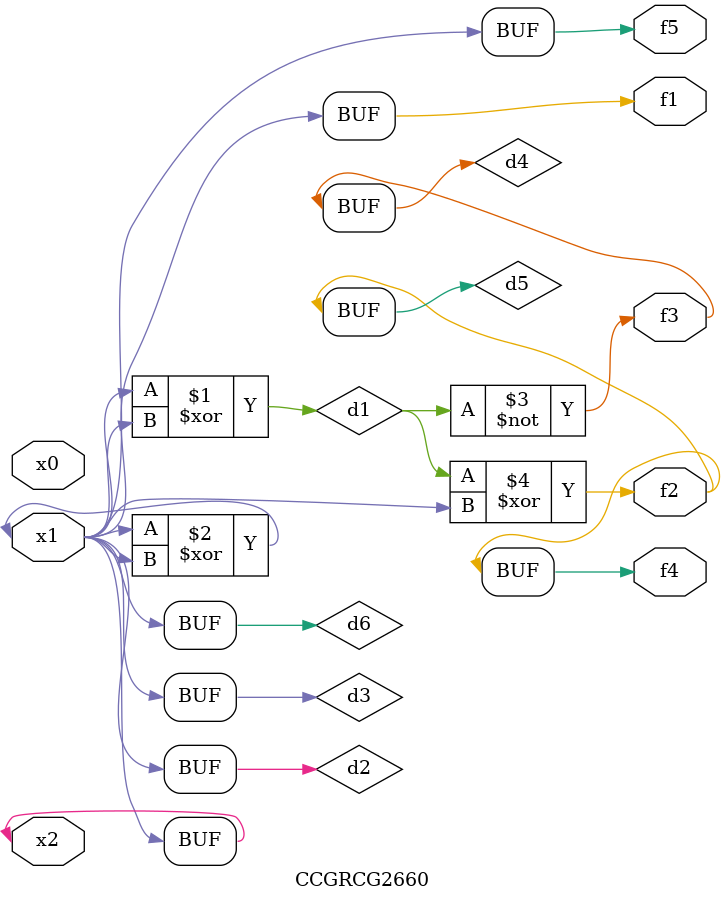
<source format=v>
module CCGRCG2660(
	input x0, x1, x2,
	output f1, f2, f3, f4, f5
);

	wire d1, d2, d3, d4, d5, d6;

	xor (d1, x1, x2);
	buf (d2, x1, x2);
	xor (d3, x1, x2);
	nor (d4, d1);
	xor (d5, d1, d2);
	buf (d6, d2, d3);
	assign f1 = d6;
	assign f2 = d5;
	assign f3 = d4;
	assign f4 = d5;
	assign f5 = d6;
endmodule

</source>
